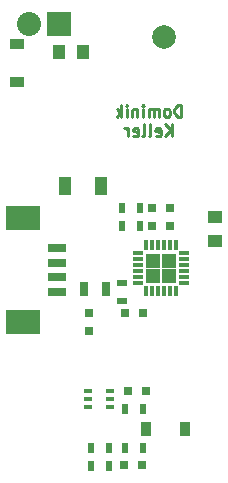
<source format=gbr>
G04 #@! TF.FileFunction,Soldermask,Bot*
%FSLAX46Y46*%
G04 Gerber Fmt 4.6, Leading zero omitted, Abs format (unit mm)*
G04 Created by KiCad (PCBNEW 4.0.2-stable) date 26.05.2016 15:15:09*
%MOMM*%
G01*
G04 APERTURE LIST*
%ADD10C,0.100000*%
%ADD11C,0.250000*%
%ADD12R,0.500000X0.900000*%
%ADD13R,0.800000X0.750000*%
%ADD14R,1.000000X1.250000*%
%ADD15R,1.250000X1.000000*%
%ADD16R,1.220000X0.910000*%
%ADD17R,0.700000X1.300000*%
%ADD18R,0.900000X0.500000*%
%ADD19R,0.749300X0.398780*%
%ADD20R,0.850000X0.300000*%
%ADD21R,0.300000X0.850000*%
%ADD22R,1.300000X1.300000*%
%ADD23R,2.032000X2.032000*%
%ADD24O,2.032000X2.032000*%
%ADD25R,1.600000X0.800000*%
%ADD26R,3.000000X2.100000*%
%ADD27R,0.797560X0.797560*%
%ADD28R,1.000000X1.600000*%
%ADD29R,0.750000X0.800000*%
%ADD30C,2.000000*%
%ADD31R,0.910000X1.220000*%
G04 APERTURE END LIST*
D10*
D11*
X142414285Y-64397381D02*
X142414285Y-63397381D01*
X142176190Y-63397381D01*
X142033332Y-63445000D01*
X141938094Y-63540238D01*
X141890475Y-63635476D01*
X141842856Y-63825952D01*
X141842856Y-63968810D01*
X141890475Y-64159286D01*
X141938094Y-64254524D01*
X142033332Y-64349762D01*
X142176190Y-64397381D01*
X142414285Y-64397381D01*
X141271428Y-64397381D02*
X141366666Y-64349762D01*
X141414285Y-64302143D01*
X141461904Y-64206905D01*
X141461904Y-63921190D01*
X141414285Y-63825952D01*
X141366666Y-63778333D01*
X141271428Y-63730714D01*
X141128570Y-63730714D01*
X141033332Y-63778333D01*
X140985713Y-63825952D01*
X140938094Y-63921190D01*
X140938094Y-64206905D01*
X140985713Y-64302143D01*
X141033332Y-64349762D01*
X141128570Y-64397381D01*
X141271428Y-64397381D01*
X140509523Y-64397381D02*
X140509523Y-63730714D01*
X140509523Y-63825952D02*
X140461904Y-63778333D01*
X140366666Y-63730714D01*
X140223808Y-63730714D01*
X140128570Y-63778333D01*
X140080951Y-63873571D01*
X140080951Y-64397381D01*
X140080951Y-63873571D02*
X140033332Y-63778333D01*
X139938094Y-63730714D01*
X139795237Y-63730714D01*
X139699999Y-63778333D01*
X139652380Y-63873571D01*
X139652380Y-64397381D01*
X139176190Y-64397381D02*
X139176190Y-63730714D01*
X139176190Y-63397381D02*
X139223809Y-63445000D01*
X139176190Y-63492619D01*
X139128571Y-63445000D01*
X139176190Y-63397381D01*
X139176190Y-63492619D01*
X138700000Y-63730714D02*
X138700000Y-64397381D01*
X138700000Y-63825952D02*
X138652381Y-63778333D01*
X138557143Y-63730714D01*
X138414285Y-63730714D01*
X138319047Y-63778333D01*
X138271428Y-63873571D01*
X138271428Y-64397381D01*
X137795238Y-64397381D02*
X137795238Y-63730714D01*
X137795238Y-63397381D02*
X137842857Y-63445000D01*
X137795238Y-63492619D01*
X137747619Y-63445000D01*
X137795238Y-63397381D01*
X137795238Y-63492619D01*
X137319048Y-64397381D02*
X137319048Y-63397381D01*
X137223810Y-64016429D02*
X136938095Y-64397381D01*
X136938095Y-63730714D02*
X137319048Y-64111667D01*
X141652382Y-66047381D02*
X141652382Y-65047381D01*
X141080953Y-66047381D02*
X141509525Y-65475952D01*
X141080953Y-65047381D02*
X141652382Y-65618810D01*
X140271429Y-65999762D02*
X140366667Y-66047381D01*
X140557144Y-66047381D01*
X140652382Y-65999762D01*
X140700001Y-65904524D01*
X140700001Y-65523571D01*
X140652382Y-65428333D01*
X140557144Y-65380714D01*
X140366667Y-65380714D01*
X140271429Y-65428333D01*
X140223810Y-65523571D01*
X140223810Y-65618810D01*
X140700001Y-65714048D01*
X139652382Y-66047381D02*
X139747620Y-65999762D01*
X139795239Y-65904524D01*
X139795239Y-65047381D01*
X139128572Y-66047381D02*
X139223810Y-65999762D01*
X139271429Y-65904524D01*
X139271429Y-65047381D01*
X138366666Y-65999762D02*
X138461904Y-66047381D01*
X138652381Y-66047381D01*
X138747619Y-65999762D01*
X138795238Y-65904524D01*
X138795238Y-65523571D01*
X138747619Y-65428333D01*
X138652381Y-65380714D01*
X138461904Y-65380714D01*
X138366666Y-65428333D01*
X138319047Y-65523571D01*
X138319047Y-65618810D01*
X138795238Y-65714048D01*
X137890476Y-66047381D02*
X137890476Y-65380714D01*
X137890476Y-65571190D02*
X137842857Y-65475952D01*
X137795238Y-65428333D01*
X137700000Y-65380714D01*
X137604761Y-65380714D01*
D12*
X134759000Y-92456000D03*
X136259000Y-92456000D03*
D13*
X137565000Y-93853000D03*
X139065000Y-93853000D03*
X137934000Y-87630000D03*
X139434000Y-87630000D03*
D14*
X132080000Y-58928000D03*
X134080000Y-58928000D03*
D13*
X137692000Y-81026000D03*
X139192000Y-81026000D03*
D15*
X145288000Y-74914000D03*
X145288000Y-72914000D03*
D16*
X128524000Y-61468000D03*
X128524000Y-58198000D03*
D12*
X137692000Y-92456000D03*
X139192000Y-92456000D03*
X139180000Y-89154000D03*
X137680000Y-89154000D03*
X136271000Y-93980000D03*
X134771000Y-93980000D03*
D17*
X134178000Y-78994000D03*
X136078000Y-78994000D03*
D18*
X137414000Y-78510000D03*
X137414000Y-80010000D03*
D12*
X137414000Y-73660000D03*
X138914000Y-73660000D03*
X137438000Y-72136000D03*
X138938000Y-72136000D03*
D19*
X136392920Y-87630000D03*
X136392920Y-88280240D03*
X136392920Y-88930480D03*
X134493000Y-88930480D03*
X134493000Y-88280240D03*
X134493000Y-87630000D03*
D20*
X138766000Y-78466000D03*
X138766000Y-77966000D03*
X138766000Y-77466000D03*
X138766000Y-76966000D03*
X138766000Y-76466000D03*
X138766000Y-75966000D03*
D21*
X139466000Y-75266000D03*
X139966000Y-75266000D03*
X140466000Y-75266000D03*
X140966000Y-75266000D03*
X141466000Y-75266000D03*
X141966000Y-75266000D03*
D20*
X142666000Y-75966000D03*
X142666000Y-76466000D03*
X142666000Y-76966000D03*
X142666000Y-77466000D03*
X142666000Y-77966000D03*
X142666000Y-78466000D03*
D21*
X141966000Y-79166000D03*
X141466000Y-79166000D03*
X140966000Y-79166000D03*
X140466000Y-79166000D03*
X139966000Y-79166000D03*
X139466000Y-79166000D03*
D22*
X141366000Y-76566000D03*
X141366000Y-77866000D03*
X140066000Y-76566000D03*
X140066000Y-77866000D03*
D23*
X132080000Y-56515000D03*
D24*
X129540000Y-56515000D03*
D25*
X131932000Y-79238000D03*
X131932000Y-77988000D03*
X131932000Y-76738000D03*
X131932000Y-75488000D03*
D26*
X129032000Y-81788000D03*
X129032000Y-72938000D03*
D27*
X139954000Y-72136000D03*
X141452600Y-72136000D03*
X139954000Y-73660000D03*
X141452600Y-73660000D03*
D28*
X132588000Y-70231000D03*
X135588000Y-70231000D03*
D29*
X134620000Y-81038000D03*
X134620000Y-82538000D03*
D30*
X140970000Y-57658000D03*
D31*
X139462000Y-90805000D03*
X142732000Y-90805000D03*
M02*

</source>
